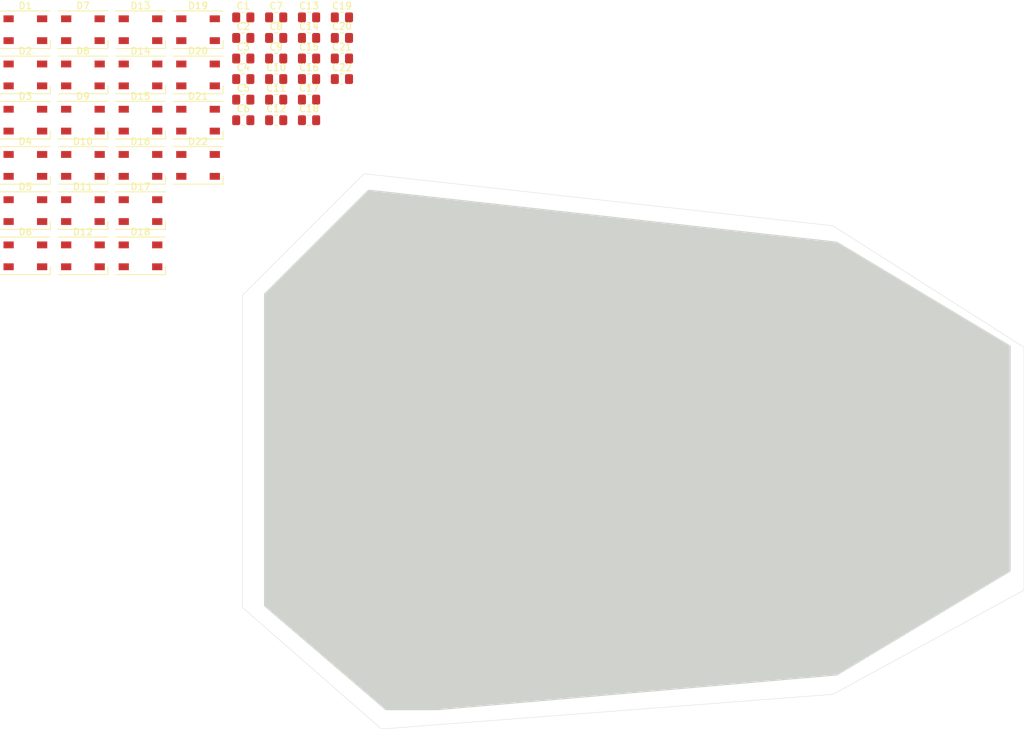
<source format=kicad_pcb>
(kicad_pcb (version 20221018) (generator pcbnew)
  (layers (0 "F.Cu" signal) (31 "B.Cu" signal) (34 "B.Paste" user) (35 "F.Paste" user) (36 "B.SilkS" user "B.Silkscreen") (37 "F.SilkS" user "F.Silkscreen") (38 "B.Mask" user) (39 "F.Mask" user) (44 "Edge.Cuts" user))
  (net 0 "")
  (net 1 "Net-(D1-RA)")
  (net 2 "Net-(D1-GA)")
  (net 3 "Net-(D2-RA)")
  (net 4 "Net-(D2-GA)")
  (net 5 "Net-(D3-RA)")
  (net 6 "Net-(D3-GA)")
  (net 7 "Net-(D4-RA)")
  (net 8 "Net-(D4-GA)")
  (net 9 "Net-(D5-RA)")
  (net 10 "Net-(D5-GA)")
  (net 11 "Net-(D6-RA)")
  (net 12 "Net-(D6-GA)")
  (net 13 "Net-(D7-RA)")
  (net 14 "Net-(D7-GA)")
  (net 15 "Net-(D8-RA)")
  (net 16 "Net-(D8-GA)")
  (net 17 "Net-(D9-RA)")
  (net 18 "Net-(D10-GA)")
  (net 19 "Net-(D10-RA)")
  (net 21 "Net-(D1-BA)")
  (net 25 "Net-(D5-BA)")
  (net 30 "Net-(D3-BA)")
  (net 35 "Net-(D4-BA)")
  (net 39 "Net-(D6-BA)")
  (net 42 "Net-(D2-BA)")
  (net 44 "Net-(D7-BA)")
  (net 45 "Net-(R19-Pad2)")
  (net 46 "Net-(R20-Pad2)")
  (net 47 "Net-(R21-Pad2)")
  (net 51 "Net-(D8-BA)")
  (net 55 "Net-(D9-BA)")
  (net 59 "Net-(D10-BA)")
  (net 60 "VCC")
  (net 61 "gnd")
  (net 62 "b")
  (net 63 "Net-(D1-DOUT)")
  (net 64 "a")
  (net 65 "Net-(D2-DOUT)")
  (net 66 "e")
  (net 67 "Net-(D3-DOUT)")
  (net 68 "d")
  (net 69 "Net-(D4-DOUT)")
  (net 70 "Net-(D5-DIN)")
  (net 72 "Net-(D6-DOUT)")
  (net 74 "Net-(D10-DOUT)")
  (net 75 "Net-(D12-DIN)")
  (net 76 "Girophare")
  (net 77 "Net-(D11-DIN)")
  (net 78 "Net-(D11-DOUT)")
  (net 79 "Net-(D13-DOUT)")
  (net 80 "Net-(D14-DIN)")
  (net 81 "Net-(D14-DOUT)")
  (net 83 "g")
  (net 84 "Net-(D17-DOUT)")
  (net 85 "F")
  (net 86 "Net-(D18-DOUT)")
  (footprint "LED_SMD:LED_SK6812_PLCC4_5.0x5.0mm_P3.2mm" (layer "F.Cu") (at 68.2875 65.575)
    (fp_text reference "D18" (at 0 -3.5) (layer "F.SilkS"))
    (fp_text value "SK6812")
    (pad "1" smd rect (at 2.45 1.6) (size 1.5 1) (layers "F.Cu" "F.Paste" "F.Mask") (net 61 "gnd"))
    (pad "2" smd rect (at 2.45 -1.6) (size 1.5 1) (layers "F.Cu" "F.Paste" "F.Mask") (net 85 "F"))
    (pad "3" smd rect (at -2.45 -1.6) (size 1.5 1) (layers "F.Cu" "F.Paste" "F.Mask") (net 60 "VCC"))
    (pad "4" smd rect (at -2.45 1.6) (size 1.5 1) (layers "F.Cu" "F.Paste" "F.Mask") (net 86 "Net-(D18-DOUT)"))
  )
  (footprint "Resistor_SMD:R_1206_3216Metric" (layer "F.Cu") (at 162.966362 85.081439)
    (fp_text reference "R19" (at 0 -1.82) (layer "F.SilkS"))
    (fp_text value "R_US" hide)
    (pad "1" smd roundrect (at -1.4625 0) (size 1.125 1.75) (layers "F.Cu" "F.Paste" "F.Mask") (roundrect_rratio 0.222222) (net 44 "Net-(D7-BA)"))
    (pad "2" smd roundrect (at 1.4625 0) (size 1.125 1.75) (layers "F.Cu" "F.Paste" "F.Mask") (roundrect_rratio 0.222222) (net 45 "Net-(R19-Pad2)"))
  )
  (footprint "Capacitor_SMD:C_0805_2012Metric_Pad1.18x1.45mm_HandSolder" (layer "F.Cu") (at 97.7525 33.68)
    (fp_text reference "C20" (at 0 -1.68) (layer "F.SilkS"))
    (fp_text value "C")
    (pad "1" smd roundrect (at -1.0375 0) (size 1.175 1.45) (layers "F.Cu" "F.Paste" "F.Mask") (roundrect_rratio 0.212766) (net 60 "VCC"))
    (pad "2" smd roundrect (at 1.0375 0) (size 1.175 1.45) (layers "F.Cu" "F.Paste" "F.Mask") (roundrect_rratio 0.212766) (net 61 "gnd"))
  )
  (footprint "Capacitor_SMD:C_0805_2012Metric_Pad1.18x1.45mm_HandSolder" (layer "F.Cu") (at 92.9425 42.71)
    (fp_text reference "C17" (at 0 -1.68) (layer "F.SilkS"))
    (fp_text value "C")
    (pad "1" smd roundrect (at -1.0375 0) (size 1.175 1.45) (layers "F.Cu" "F.Paste" "F.Mask") (roundrect_rratio 0.212766) (net 60 "VCC"))
    (pad "2" smd roundrect (at 1.0375 0) (size 1.175 1.45) (layers "F.Cu" "F.Paste" "F.Mask") (roundrect_rratio 0.212766) (net 61 "gnd"))
  )
  (footprint "Capacitor_SMD:C_0805_2012Metric_Pad1.18x1.45mm_HandSolder" (layer "F.Cu") (at 83.3225 42.71)
    (fp_text reference "C5" (at 0 -1.68) (layer "F.SilkS"))
    (fp_text value "C")
    (pad "1" smd roundrect (at -1.0375 0) (size 1.175 1.45) (layers "F.Cu" "F.Paste" "F.Mask") (roundrect_rratio 0.212766) (net 60 "VCC"))
    (pad "2" smd roundrect (at 1.0375 0) (size 1.175 1.45) (layers "F.Cu" "F.Paste" "F.Mask") (roundrect_rratio 0.212766) (net 61 "gnd"))
  )
  (footprint "Capacitor_SMD:C_0805_2012Metric_Pad1.18x1.45mm_HandSolder" (layer "F.Cu") (at 83.3225 36.69)
    (fp_text reference "C3" (at 0 -1.68) (layer "F.SilkS"))
    (fp_text value "C")
    (pad "1" smd roundrect (at -1.0375 0) (size 1.175 1.45) (layers "F.Cu" "F.Paste" "F.Mask") (roundrect_rratio 0.212766) (net 60 "VCC"))
    (pad "2" smd roundrect (at 1.0375 0) (size 1.175 1.45) (layers "F.Cu" "F.Paste" "F.Mask") (roundrect_rratio 0.212766) (net 61 "gnd"))
  )
  (footprint "LED_SMD:LED_SK6812_PLCC4_5.0x5.0mm_P3.2mm" (layer "F.Cu") (at 51.4475 39.095)
    (fp_text reference "D2" (at 0 -3.5) (layer "F.SilkS"))
    (fp_text value "SK6812")
    (pad "1" smd rect (at 2.45 1.6) (size 1.5 1) (layers "F.Cu" "F.Paste" "F.Mask") (net 61 "gnd"))
    (pad "2" smd rect (at 2.45 -1.6) (size 1.5 1) (layers "F.Cu" "F.Paste" "F.Mask") (net 64 "a"))
    (pad "3" smd rect (at -2.45 -1.6) (size 1.5 1) (layers "F.Cu" "F.Paste" "F.Mask") (net 60 "VCC"))
    (pad "4" smd rect (at -2.45 1.6) (size 1.5 1) (layers "F.Cu" "F.Paste" "F.Mask") (net 65 "Net-(D2-DOUT)"))
  )
  (footprint "Capacitor_SMD:C_0805_2012Metric_Pad1.18x1.45mm_HandSolder" (layer "F.Cu") (at 88.1325 30.67)
    (fp_text reference "C7" (at 0 -1.68) (layer "F.SilkS"))
    (fp_text value "C")
    (pad "1" smd roundrect (at -1.0375 0) (size 1.175 1.45) (layers "F.Cu" "F.Paste" "F.Mask") (roundrect_rratio 0.212766) (net 60 "VCC"))
    (pad "2" smd roundrect (at 1.0375 0) (size 1.175 1.45) (layers "F.Cu" "F.Paste" "F.Mask") (roundrect_rratio 0.212766) (net 61 "gnd"))
  )
  (footprint "LED_SMD:LED_0805_2012Metric" (layer "F.Cu") (at 177.8 111.76)
    (fp_text reference "D10" (at 0 -1.65) (layer "F.SilkS"))
    (fp_text value "LED_RGBK" hide)
    (pad "1" smd roundrect (at -0.9375 0) (size 0.975 1.4) (layers "F.Cu" "F.Paste" "F.Mask") (net 19 "Net-(D10-RA)"))
    (pad "2" smd roundrect (at 0.9375 0) (size 0.975 1.4) (layers "F.Cu" "F.Paste" "F.Mask") (net 18 "Net-(D10-GA)"))
  )
  (footprint "Resistor_SMD:R_0805_2012Metric_Pad1.20x1.40mm_HandSolder" (layer "F.Cu") (at 100.233172 71.472866)
    (fp_text reference "R7" (at 0 -1.65) (layer "F.SilkS"))
    (fp_text value "R_US")
    (pad "1" smd roundrect (at -1 0) (size 1.2 1.4) (layers "F.Cu" "F.Paste" "F.Mask") (roundrect_rratio 0.208333))
    (pad "2" smd roundrect (at 1 0) (size 1.2 1.4) (layers "F.Cu" "F.Paste" "F.Mask") (roundrect_rratio 0.208333) (net 5 "Net-(D3-RA)"))
  )
  (footprint "Capacitor_SMD:C_0805_2012Metric_Pad1.18x1.45mm_HandSolder" (layer "F.Cu") (at 88.1325 33.68)
    (fp_text reference "C8" (at 0 -1.68) (layer "F.SilkS"))
    (fp_text value "C")
    (pad "1" smd roundrect (at -1.0375 0) (size 1.175 1.45) (layers "F.Cu" "F.Paste" "F.Mask") (roundrect_rratio 0.212766) (net 60 "VCC"))
    (pad "2" smd roundrect (at 1.0375 0) (size 1.175 1.45) (layers "F.Cu" "F.Paste" "F.Mask") (roundrect_rratio 0.212766) (net 61 "gnd"))
  )
  (footprint "Resistor_SMD:R_0805_2012Metric_Pad1.20x1.40mm_HandSolder" (layer "F.Cu") (at 92.98 81.28)
    (fp_text reference "R3" (at 0 -1.65) (layer "F.SilkS"))
    (fp_text value "R_US" hide)
    (pad "1" smd roundrect (at -1 0) (size 1.2 1.4) (layers "F.Cu" "F.Paste" "F.Mask") (roundrect_rratio 0.208333))
    (pad "2" smd roundrect (at 1 0) (size 1.2 1.4) (layers "F.Cu" "F.Paste" "F.Mask") (roundrect_rratio 0.208333) (net 1 "Net-(D1-RA)"))
  )
  (footprint "Resistor_SMD:R_0805_2012Metric_Pad1.20x1.40mm_HandSolder" (layer "F.Cu") (at 170.18 121.92)
    (fp_text reference "R28" (at 0 -1.65) (layer "F.SilkS"))
    (fp_text value "R_US" hide)
    (pad "1" smd roundrect (at -1 0) (size 1.2 1.4) (layers "F.Cu" "F.Paste" "F.Mask") (roundrect_rratio 0.208333) (net 55 "Net-(D9-BA)"))
    (pad "2" smd roundrect (at 1 0) (size 1.2 1.4) (layers "F.Cu" "F.Paste" "F.Mask") (roundrect_rratio 0.208333))
  )
  (footprint "LED_SMD:LED_SK6812_PLCC4_5.0x5.0mm_P3.2mm" (layer "F.Cu") (at 68.2875 39.095)
    (fp_text reference "D14" (at 0 -3.5) (layer "F.SilkS"))
    (fp_text value "SK6812")
    (pad "1" smd rect (at 2.45 1.6) (size 1.5 1) (layers "F.Cu" "F.Paste" "F.Mask") (net 61 "gnd"))
    (pad "2" smd rect (at 2.45 -1.6) (size 1.5 1) (layers "F.Cu" "F.Paste" "F.Mask") (net 80 "Net-(D14-DIN)"))
    (pad "3" smd rect (at -2.45 -1.6) (size 1.5 1) (layers "F.Cu" "F.Paste" "F.Mask") (net 60 "VCC"))
    (pad "4" smd rect (at -2.45 1.6) (size 1.5 1) (layers "F.Cu" "F.Paste" "F.Mask") (net 81 "Net-(D14-DOUT)"))
  )
  (footprint "LED_SMD:LED_SK6812_PLCC4_5.0x5.0mm_P3.2mm" (layer "F.Cu") (at 76.7075 32.475)
    (fp_text reference "D19" (at 0 -3.5) (layer "F.SilkS"))
    (fp_text value "SK6812")
    (pad "1" smd rect (at 2.45 1.6) (size 1.5 1) (layers "F.Cu" "F.Paste" "F.Mask") (net 61 "gnd"))
    (pad "2" smd rect (at 2.45 -1.6) (size 1.5 1) (layers "F.Cu" "F.Paste" "F.Mask") (net 86 "Net-(D18-DOUT)"))
    (pad "3" smd rect (at -2.45 -1.6) (size 1.5 1) (layers "F.Cu" "F.Paste" "F.Mask") (net 60 "VCC"))
    (pad "4" smd rect (at -2.45 1.6) (size 1.5 1) (layers "F.Cu" "F.Paste" "F.Mask"))
  )
  (footprint "LED_SMD:LED_1206_3216Metric" (layer "F.Cu") (at 99.195578 106.582913)
    (fp_text reference "D2" (at 0 -1.82) (layer "F.SilkS"))
    (fp_text value "LED_RGBK" hide)
    (pad "1" smd roundrect (at -1.4 0) (size 1.25 1.75) (layers "F.Cu" "F.Paste" "F.Mask") (roundrect_rratio 0.2) (net 3 "Net-(D2-RA)"))
    (pad "2" smd roundrect (at 1.4 0) (size 1.25 1.75) (layers "F.Cu" "F.Paste" "F.Mask") (roundrect_rratio 0.2) (net 4 "Net-(D2-GA)"))
  )
  (footprint "Resistor_SMD:R_0805_2012Metric_Pad1.20x1.40mm_HandSolder" (layer "F.Cu") (at 161.56 106.68)
    (fp_text reference "R25" (at 0 -1.65) (layer "F.SilkS"))
    (fp_text value "R_US" hide)
    (pad "1" smd roundrect (at -1 0) (size 1.2 1.4) (layers "F.Cu" "F.Paste" "F.Mask") (roundrect_rratio 0.208333) (net 51 "Net-(D8-BA)"))
    (pad "2" smd roundrect (at 1 0) (size 1.2 1.4) (layers "F.Cu" "F.Paste" "F.Mask") (roundrect_rratio 0.208333))
  )
  (footprint "Capacitor_SMD:C_0805_2012Metric_Pad1.18x1.45mm_HandSolder" (layer "F.Cu") (at 83.3225 33.68)
    (fp_text reference "C2" (at 0 -1.68) (layer "F.SilkS"))
    (fp_text value "C")
    (pad "1" smd roundrect (at -1.0375 0) (size 1.175 1.45) (layers "F.Cu" "F.Paste" "F.Mask") (roundrect_rratio 0.212766) (net 60 "VCC"))
    (pad "2" smd roundrect (at 1.0375 0) (size 1.175 1.45) (layers "F.Cu" "F.Paste" "F.Mask") (roundrect_rratio 0.212766) (net 61 "gnd"))
  )
  (footprint "Capacitor_SMD:C_0805_2012Metric_Pad1.18x1.45mm_HandSolder" (layer "F.Cu") (at 83.3225 39.7)
    (fp_text reference "C4" (at 0 -1.68) (layer "F.SilkS"))
    (fp_text value "C")
    (pad "1" smd roundrect (at -1.0375 0) (size 1.175 1.45) (layers "F.Cu" "F.Paste" "F.Mask") (roundrect_rratio 0.212766) (net 60 "VCC"))
    (pad "2" smd roundrect (at 1.0375 0) (size 1.175 1.45) (layers "F.Cu" "F.Paste" "F.Mask") (roundrect_rratio 0.212766) (net 61 "gnd"))
  )
  (footprint "Resistor_SMD:R_0805_2012Metric_Pad1.20x1.40mm_HandSolder" (layer "F.Cu") (at 105.68 86.36)
    (fp_text reference "R2" (at 0 -1.65) (layer "F.SilkS"))
    (fp_text value "R_US" hide)
    (pad "1" smd roundrect (at -1 0) (size 1.2 1.4) (layers "F.Cu" "F.Paste" "F.Mask") (roundrect_rratio 0.208333))
    (pad "2" smd roundrect (at 1 0) (size 1.2 1.4) (layers "F.Cu" "F.Paste" "F.Mask") (roundrect_rratio 0.208333) (net 2 "Net-(D1-GA)"))
  )
  (footprint "Capacitor_SMD:C_0805_2012Metric_Pad1.18x1.45mm_HandSolder" (layer "F.Cu") (at 92.9425 33.68)
    (fp_text reference "C14" (at 0 -1.68) (layer "F.SilkS"))
    (fp_text value "C")
    (pad "1" smd roundrect (at -1.0375 0) (size 1.175 1.45) (layers "F.Cu" "F.Paste" "F.Mask") (roundrect_rratio 0.212766) (net 60 "VCC"))
    (pad "2" smd roundrect (at 1.0375 0) (size 1.175 1.45) (layers "F.Cu" "F.Paste" "F.Mask") (roundrect_rratio 0.212766) (net 61 "gnd"))
  )
  (footprint "LED_SMD:LED_0805_2012Metric" (layer "F.Cu") (at 177.8 76.2)
    (fp_text reference "D9" (at 0 -1.65) (layer "F.SilkS"))
    (fp_text value "LED_RGBK" hide)
    (pad "1" smd roundrect (at -0.9375 0) (size 0.975 1.4) (layers "F.Cu" "F.Paste" "F.Mask") (net 17 "Net-(D9-RA)"))
    (pad "2" smd roundrect (at 0.9375 0) (size 0.975 1.4) (layers "F.Cu" "F.Paste" "F.Mask") (net 18 "Net-(D10-GA)"))
  )
  (footprint "Capacitor_SMD:C_0805_2012Metric_Pad1.18x1.45mm_HandSolder" (layer "F.Cu") (at 92.9425 30.67)
    (fp_text reference "C13" (at 0 -1.68) (layer "F.SilkS"))
    (fp_text value "C")
    (pad "1" smd roundrect (at -1.0375 0) (size 1.175 1.45) (layers "F.Cu" "F.Paste" "F.Mask") (roundrect_rratio 0.212766) (net 60 "VCC"))
    (pad "2" smd roundrect (at 1.0375 0) (size 1.175 1.45) (layers "F.Cu" "F.Paste" "F.Mask") (roundrect_rratio 0.212766) (net 61 "gnd"))
  )
  (footprint "Capacitor_SMD:C_0805_2012Metric_Pad1.18x1.45mm_HandSolder" (layer "F.Cu") (at 88.1325 42.71)
    (fp_text reference "C11" (at 0 -1.68) (layer "F.SilkS"))
    (fp_text value "C")
    (pad "1" smd roundrect (at -1.0375 0) (size 1.175 1.45) (layers "F.Cu" "F.Paste" "F.Mask") (roundrect_rratio 0.212766) (net 60 "VCC"))
    (pad "2" smd roundrect (at 1.0375 0) (size 1.175 1.45) (layers "F.Cu" "F.Paste" "F.Mask") (roundrect_rratio 0.212766) (net 61 "gnd"))
  )
  (footprint "LED_SMD:LED_SK6812_PLCC4_5.0x5.0mm_P3.2mm" (layer "F.Cu") (at 51.4475 32.475)
    (fp_text reference "D1" (at 0 -3.5) (layer "F.SilkS"))
    (fp_text value "SK6812")
    (pad "1" smd rect (at 2.45 1.6) (size 1.5 1) (layers "F.Cu" "F.Paste" "F.Mask") (net 61 "gnd"))
    (pad "2" smd rect (at 2.45 -1.6) (size 1.5 1) (layers "F.Cu" "F.Paste" "F.Mask") (net 62 "b"))
    (pad "3" smd rect (at -2.45 -1.6) (size 1.5 1) (layers "F.Cu" "F.Paste" "F.Mask") (net 60 "VCC"))
    (pad "4" smd rect (at -2.45 1.6) (size 1.5 1) (layers "F.Cu" "F.Paste" "F.Mask") (net 63 "Net-(D1-DOUT)"))
  )
  (footprint "LED_SMD:LED_SK6812_PLCC4_5.0x5.0mm_P3.2mm" (layer "F.Cu") (at 76.7075 52.335)
    (fp_text reference "D22" (at 0 -3.5) (layer "F.SilkS"))
    (fp_text value "SK6812")
    (pad "1" smd rect (at 2.45 1.6) (size 1.5 1) (layers "F.Cu" "F.Paste" "F.Mask") (net 61 "gnd"))
    (pad "2" smd rect (at 2.45 -1.6) (size 1.5 1) (layers "F.Cu" "F.Paste" "F.Mask") (net 65 "Net-(D2-DOUT)"))
    (pad "3" smd rect (at -2.45 -1.6) (size 1.5 1) (layers "F.Cu" "F.Paste" "F.Mask") (net 60 "VCC"))
    (pad "4" smd rect (at -2.45 1.6) (size 1.5 1) (layers "F.Cu" "F.Paste" "F.Mask"))
  )
  (footprint "LED_SMD:LED_SK6812_PLCC4_5.0x5.0mm_P3.2mm" (layer "F.Cu") (at 68.2875 45.715)
    (fp_text reference "D15" (at 0 -3.5) (layer "F.SilkS"))
    (fp_text value "SK6812")
    (pad "1" smd rect (at 2.45 1.6) (size 1.5 1) (layers "F.Cu" "F.Paste" "F.Mask") (net 61 "gnd"))
    (pad "2" smd rect (at 2.45 -1.6) (size 1.5 1) (layers "F.Cu" "F.Paste" "F.Mask") (net 81 "Net-(D14-DOUT)"))
    (pad "3" smd rect (at -2.45 -1.6) (size 1.5 1) (layers "F.Cu" "F.Paste" "F.Mask") (net 60 "VCC"))
    (pad "4" smd rect (at -2.45 1.6) (size 1.5 1) (layers "F.Cu" "F.Paste" "F.Mask"))
  )
  (footprint "LED_SMD:LED_SK6812_PLCC4_5.0x5.0mm_P3.2mm" (layer "F.Cu") (at 68.2875 58.955)
    (fp_text reference "D17" (at 0 -3.5) (layer "F.SilkS"))
    (fp_text value "SK6812")
    (pad "1" smd rect (at 2.45 1.6) (size 1.5 1) (layers "F.Cu" "F.Paste" "F.Mask") (net 61 "gnd"))
    (pad "2" smd rect (at 2.45 -1.6) (size 1.5 1) (layers "F.Cu" "F.Paste" "F.Mask") (net 83 "g"))
    (pad "3" smd rect (at -2.45 -1.6) (size 1.5 1) (layers "F.Cu" "F.Paste" "F.Mask") (net 60 "VCC"))
    (pad "4" smd rect (at -2.45 1.6) (size 1.5 1) (layers "F.Cu" "F.Paste" "F.Mask") (net 84 "Net-(D17-DOUT)"))
  )
  (footprint "Capacitor_SMD:C_0805_2012Metric_Pad1.18x1.45mm_HandSolder" (layer "F.Cu") (at 88.1325 36.69)
    (fp_text reference "C9" (at 0 -1.68) (layer "F.SilkS"))
    (fp_text value "C")
    (pad "1" smd roundrect (at -1.0375 0) (size 1.175 1.45) (layers "F.Cu" "F.Paste" "F.Mask") (roundrect_rratio 0.212766) (net 60 "VCC"))
    (pad "2" smd roundrect (at 1.0375 0) (size 1.175 1.45) (layers "F.Cu" "F.Paste" "F.Mask") (roundrect_rratio 0.212766) (net 61 "gnd"))
  )
  (footprint "Resistor_SMD:R_0805_2012Metric_Pad1.20x1.40mm_HandSolder" (layer "F.Cu") (at 124.427704 100.277388)
    (fp_text reference "R13" (at 0 -1.65) (layer "F.SilkS"))
    (fp_text value "R_US" hide)
    (pad "1" smd roundrect (at -1 0) (size 1.2 1.4) (layers "F.Cu" "F.Paste" "F.Mask") (roundrect_rratio 0.208333))
    (pad "2" smd roundrect (at 1 0) (size 1.2 1.4) (layers "F.Cu" "F.Paste" "F.Mask") (roundrect_rratio 0.208333) (net 11 "Net-(D6-RA)"))
  )
  (footprint "Capacitor_SMD:C_0805_2012Metric_Pad1.18x1.45mm_HandSolder" (layer "F.Cu") (at 92.9425 39.7)
    (fp_text reference "C16" (at 0 -1.68) (layer "F.SilkS"))
    (fp_text value "C")
    (pad "1" smd roundrect (at -1.0375 0) (size 1.175 1.45) (layers "F.Cu" "F.Paste" "F.Mask") (roundrect_rratio 0.212766) (net 60 "VCC"))
    (pad "2" smd roundrect (at 1.0375 0) (size 1.175 1.45) (layers "F.Cu" "F.Paste" "F.Mask") (roundrect_rratio 0.212766) (net 61 "gnd"))
  )
  (footprint "Resistor_SMD:R_0805_2012Metric_Pad1.20x1.40mm_HandSolder" (layer "F.Cu") (at 182.88 76.2)
    (fp_text reference "R29" (at 0 -1.65) (layer "F.SilkS"))
    (fp_text value "R_US" hide)
    (pad "1" smd roundrect (at -1 0) (size 1.2 1.4) (layers "F.Cu" "F.Paste" "F.Mask") (roundrect_rratio 0.208333) (net 18 "Net-(D10-GA)"))
    (pad "2" smd roundrect (at 1 0) (size 1.2 1.4) (layers "F.Cu" "F.Paste" "F.Mask") (roundrect_rratio 0.208333))
  )
  (footprint "LED_SMD:LED_1206_3216Metric" (layer "F.Cu") (at 132.08 81.28)
    (fp_text reference "D5" (at 0 -1.82) (layer "F.SilkS"))
    (fp_text value "LED_RGBK" hide)
    (pad "1" smd roundrect (at -1.4 0) (size 1.25 1.75) (layers "F.Cu" "F.Paste" "F.Mask") (roundrect_rratio 0.2) (net 9 "Net-(D5-RA)"))
    (pad "2" smd roundrect (at 1.4 0) (size 1.25 1.75) (layers "F.Cu" "F.Paste" "F.Mask") (roundrect_rratio 0.2) (net 10 "Net-(D5-GA)"))
  )
  (footprint "Resistor_SMD:R_0805_2012Metric_Pad1.20x1.40mm_HandSolder" (layer "F.Cu") (at 123.46 81.28)
    (fp_text reference "R6" (at 0 -1.65) (layer "F.SilkS"))
    (fp_text value "R_US" hide)
    (pad "1" smd roundrect (at -1 0) (size 1.2 1.4) (layers "F.Cu" "F.Paste" "F.Mask") (roundrect_rratio 0.208333))
    (pad "2" smd roundrect (at 1 0) (size 1.2 1.4) (layers "F.Cu" "F.Paste" "F.Mask") (roundrect_rratio 0.208333) (net 9 "Net-(D5-RA)"))
  )
  (footprint "Capacitor_SMD:C_0805_2012Metric_Pad1.18x1.45mm_HandSolder" (layer "F.Cu") (at 92.9425 45.72)
    (fp_text reference "C18" (at 0 -1.68) (layer "F.SilkS"))
    (fp_text value "C")
    (pad "1" smd roundrect (at -1.0375 0) (size 1.175 1.45) (layers "F.Cu" "F.Paste" "F.Mask") (roundrect_rratio 0.212766) (net 60 "VCC"))
    (pad "2" smd roundrect (at 1.0375 0) (size 1.175 1.45) (layers "F.Cu" "F.Paste" "F.Mask") (roundrect_rratio 0.212766) (net 61 "gnd"))
  )
  (footprint "Resistor_SMD:R_0805_2012Metric_Pad1.20x1.40mm_HandSolder" (layer "F.Cu") (at 98.06 99.06)
    (fp_text reference "R17" (at 0 -1.65) (layer "F.SilkS"))
    (fp_text value "R_US")
    (pad "1" smd roundrect (at -1 0) (size 1.2 1.4) (layers "F.Cu" "F.Paste" "F.Mask") (roundrect_rratio 0.208333))
    (pad "2" smd roundrect (at 1 0) (size 1.2 1.4) (layers "F.Cu" "F.Paste" "F.Mask") (roundrect_rratio 0.208333) (net 42 "Net-(D2-BA)"))
  )
  (footprint "Resistor_SMD:R_0805_2012Metric_Pad1.20x1.40mm_HandSolder" (layer "F.Cu") (at 161.56 93.98)
    (fp_text reference "R22" (at 0 -1.65) (layer "F.SilkS"))
    (fp_text value "R_US" hide)
    (pad "1" smd roundrect (at -1 0) (size 1.2 1.4) (layers "F.Cu" "F.Paste" "F.Mask") (roundrect_rratio 0.208333) (net 45 "Net-(R19-Pad2)"))
    (pad "2" smd roundrect (at 1 0) (size 1.2 1.4) (layers "F.Cu" "F.Paste" "F.Mask") (roundrect_rratio 0.208333))
  )
  (footprint "Resistor_SMD:R_0805_2012Metric_Pad1.20x1.40mm_HandSolder" (layer "F.Cu") (at 133.08 109.22)
    (fp_text reference "R14" (at 0 -1.65) (layer "F.SilkS"))
    (fp_text value "R_US" hide)
    (pad "1" smd roundrect (at -1 0) (size 1.2 1.4) (layers "F.Cu" "F.Paste" "F.Mask") (roundrect_rratio 0.208333))
    (pad "2" smd roundrect (at 1 0) (size 1.2 1.4) (layers "F.Cu" "F.Paste" "F.Mask") (roundrect_rratio 0.208333) (net 12 "Net-(D6-GA)"))
  )
  (footprint "Resistor_SMD:R_1206_3216Metric" (layer "F.Cu") (at 183.441389 84.493969)
    (fp_text reference "R21" (at 0 -1.82) (layer "F.SilkS"))
    (fp_text value "R_US" hide)
    (pad "1" smd roundrect (at -1.4625 0) (size 1.125 1.75) (layers "F.Cu" "F.Paste" "F.Mask") (roundrect_rratio 0.222222) (net 13 "Net-(D7-RA)"))
    (pad "2" smd roundrect (at 1.4625 0) (size 1.125 1.75) (layers "F.Cu" "F.Paste" "F.Mask") (roundrect_rratio 0.222222) (net 47 "Net-(R21-Pad2)"))
  )
  (footprint "LED_SMD:LED_1206_3216Metric" (layer "F.Cu") (at 132.209942 100.284722)
    (fp_text reference "D6" (at 0 -1.82) (layer "F.SilkS"))
    (fp_text value "LED_RGBK" hide)
    (pad "1" smd roundrect (at -1.4 0) (size 1.25 1.75) (layers "F.Cu" "F.Paste" "F.Mask") (roundrect_rratio 0.2) (net 11 "Net-(D6-RA)"))
    (pad "2" smd roundrect (at 1.4 0) (size 1.25 1.75) (layers "F.Cu" "F.Paste" "F.Mask") (roundrect_rratio 0.2) (net 12 "Net-(D6-GA)"))
  )
  (footprint "Resistor_SMD:R_0805_2012Metric_Pad1.20x1.40mm_HandSolder" (layer "F.Cu") (at 118.38 71.12 180)
    (fp_text reference "R9" (at 0 -1.65) (layer "F.SilkS"))
    (fp_text value "R_US" hide)
    (pad "1" smd roundrect (at -1 0 180) (size 1.2 1.4) (layers "F.Cu" "F.Paste" "F.Mask") (roundrect_rratio 0.208333))
    (pad "2" smd roundrect (at 1 0 180) (size 1.2 1.4) (layers "F.Cu" "F.Paste" "F.Mask") (roundrect_rratio 0.208333) (net 6 "Net-(D3-GA)"))
  )
  (footprint "Resistor_SMD:R_1206_3216Metric" (layer "F.Cu") (at 183.644523 90.895778)
    (fp_text reference "R20" (at 0 -1.82) (layer "F.SilkS"))
    (fp_text value "R_US" hide)
    (pad "1" smd roundrect (at -1.4625 0) (size 1.125 1.75) (layers "F.Cu" "F.Paste" "F.Mask") (roundrect_rratio 0.222222) (net 14 "Net-(D7-GA)"))
    (pad "2" smd roundrect (at 1.4625 0) (size 1.125 1.75) (layers "F.Cu" "F.Paste" "F.Mask") (roundrect_rratio 0.222222) (net 46 "Net-(R20-Pad2)"))
  )
  (footprint "LED_SMD:LED_SK6812_PLCC4_5.0x5.0mm_P3.2mm" (layer "F.Cu") (at 51.4475 45.715)
    (fp_text reference "D3" (at 0 -3.5) (layer "F.SilkS"))
    (fp_text value "SK6812")
    (pad "1" smd rect (at 2.45 1.6) (size 1.5 1) (layers "F.Cu" "F.Paste" "F.Mask") (net 61 "gnd"))
    (pad "2" smd rect (at 2.45 -1.6) (size 1.5 1) (layers "F.Cu" "F.Paste" "F.Mask") (net 66 "e"))
    (pad "3" smd rect (at -2.45 -1.6) (size 1.5 1) (layers "F.Cu" "F.Paste" "F.Mask") (net 60 "VCC"))
    (pad "4" smd rect (at -2.45 1.6) (size 1.5 1) (layers "F.Cu" "F.Paste" "F.Mask") (net 67 "Net-(D3-DOUT)"))
  )
  (footprint "LED_SMD:LED_SK6812_PLCC4_5.0x5.0mm_P3.2mm" (layer "F.Cu") (at 59.8675 52.335)
    (fp_text reference "D10" (at 0 -3.5) (layer "F.SilkS"))
    (fp_text value "SK6812")
    (pad "1" smd rect (at 2.45 1.6) (size 1.5 1) (layers "F.Cu" "F.Paste" "F.Mask") (net 61 "gnd"))
    (pad "2" smd rect (at 2.45 -1.6) (size 1.5 1) (layers "F.Cu" "F.Paste" "F.Mask") (net 76 "Girophare"))
    (pad "3" smd rect (at -2.45 -1.6) (size 1.5 1) (layers "F.Cu" "F.Paste" "F.Mask") (net 60 "VCC"))
    (pad "4" smd rect (at -2.45 1.6) (size 1.5 1) (layers "F.Cu" "F.Paste" "F.Mask") (net 74 "Net-(D10-DOUT)"))
  )
  (footprint "Resistor_SMD:R_0805_2012Metric_Pad1.20x1.40mm_HandSolder" (layer "F.Cu") (at 170.18 76.2)
    (fp_text reference "R30" (at 0 -1.65) (layer "F.SilkS"))
    (fp_text value "R_US" hide)
    (pad "1" smd roundrect (at -1 0) (size 1.2 1.4) (layers "F.Cu" "F.Paste" "F.Mask") (roundrect_rratio 0.208333) (net 19 "Net-(D10-RA)"))
    (pad "2" smd roundrect (at 1 0) (size 1.2 1.4) (layers "F.Cu" "F.Paste" "F.Mask") (roundrect_rratio 0.208333) (net 17 "Net-(D9-RA)"))
  )
  (footprint "LED_SMD:LED_0805_2012Metric" (layer "F.Cu") (at 109.22 71.12)
    (fp_text reference "D3" (at 0 -1.65) (layer "F.SilkS"))
    (fp_text value "LED_RGBK" hide)
    (pad "1" smd roundrect (at -0.9375 0) (size 0.975 1.4) (layers "F.Cu" "F.Paste" "F.Mask") (net 5 "Net-(D3-RA)"))
    (pad "2" smd roundrect (at 0.9375 0) (size 0.975 1.4) (layers "F.Cu" "F.Paste" "F.Mask") (net 6 "Net-(D3-GA)"))
  )
  (footprint "Capacitor_SMD:C_0805_2012Metric_Pad1.18x1.45mm_HandSolder" (layer "F.Cu") (at 88.1325 45.72)
    (fp_text reference "C12" (at 0 -1.68) (layer "F.SilkS"))
    (fp_text value "C")
    (pad "1" smd roundrect (at -1.0375 0) (size 1.175 1.45) (layers "F.Cu" "F.Paste" "F.Mask") (roundrect_rratio 0.212766) (net 60 "VCC"))
    (pad "2" smd roundrect (at 1.0375 0) (size 1.175 1.45) (layers "F.Cu" "F.Paste" "F.Mask") (roundrect_rratio 0.212766) (net 61 "gnd"))
  )
  (footprint "Resistor_SMD:R_0805_2012Metric_Pad1.20x1.40mm_HandSolder" (layer "F.Cu") (at 168.64 111.76)
    (fp_text reference "R26" (at 0 -1.65) (layer "F.SilkS"))
    (fp_text value "R_US" hide)
    (pad "1" smd roundrect (at -1 0) (size 1.2 1.4) (layers "F.Cu" "F.Paste" "F.Mask") (roundrect_rratio 0.208333) (net 16 "Net-(D8-GA)"))
    (pad "2" smd roundrect (at 1 0) (size 1.2 1.4) (layers "F.Cu" "F.Paste" "F.Mask") (roundrect_rratio 0.208333))
  )
  (footprint "Capacitor_SMD:C_0805_2012Metric_Pad1.18x1.45mm_HandSolder" (layer "F.Cu") (at 97.7525 30.67)
    (fp_text reference "C19" (at 0 -1.68) (layer "F.SilkS"))
    (fp_text value "C")
    (pad "1" smd roundrect (at -1.0375 0) (size 1.175 1.45) (layers "F.Cu" "F.Paste" "F.Mask") (roundrect_rratio 0.212766) (net 60 "VCC"))
    (pad "2" smd roundrect (at 1.0375 0) (size 1.175 1.45) (layers "F.Cu" "F.Paste" "F.Mask") (roundrect_rratio 0.212766) (net 61 "gnd"))
  )
  (footprint "Resistor_SMD:R_0805_2012Metric_Pad1.20x1.40mm_HandSolder" (layer "F.Cu") (at 163.56 101.6)
    (fp_text reference "R27" (at 0 -1.65) (layer "F.SilkS"))
    (fp_text value "R_US" hide)
    (pad "1" smd roundrect (at -1 0) (size 1.2 1.4) (layers "F.Cu" "F.Paste" "F.Mask") (roundrect_rratio 0.208333) (net 15 "Net-(D8-RA)"))
    (pad "2" smd roundrect (at 1 0) (size 1.2 1.4) (layers "F.Cu" "F.Paste" "F.Mask") (roundrect_rratio 0.208333))
  )
  (footprint "LED_SMD:LED_SK6812_PLCC4_5.0x5.0mm_P3.2mm" (layer "F.Cu") (at 59.8675 65.575)
    (fp_text reference "D12" (at 0 -3.5) (layer "F.SilkS"))
    (fp_text value "SK6812")
    (pad "1" smd rect (at 2.45 1.6) (size 1.5 1) (layers "F.Cu" "F.Paste" "F.Mask") (net 61 "gnd"))
    (pad "2" smd rect (at 2.45 -1.6) (size 1.5 1) (layers "F.Cu" "F.Paste" "F.Mask") (net 75 "Net-(D12-DIN)"))
    (pad "3" smd rect (at -2.45 -1.6) (size 1.5 1) (layers "F.Cu" "F.Paste" "F.Mask") (net 60 "VCC"))
    (pad "4" smd rect (at -2.45 1.6) (size 1.5 1) (layers "F.Cu" "F.Paste" "F.Mask") (net 77 "Net-(D11-DIN)"))
  )
  (footprint "Resistor_SMD:R_0805_2012Metric_Pad1.20x1.40mm_HandSolder" (layer "F.Cu") (at 189.664153 84.493969)
    (fp_text reference "R24" (at 0 -1.65) (layer "F.SilkS"))
    (fp_text value "R_US" hide)
    (pad "1" smd roundrect (at -1 0) (size 1.2 1.4) (layers "F.Cu" "F.Paste" "F.Mask") (roundrect_rratio 0.208333) (net 47 "Net-(R21-Pad2)"))
    (pad "2" smd roundrect (at 1 0) (size 1.2 1.4) (layers "F.Cu" "F.Paste" "F.Mask") (roundrect_rratio 0.208333))
  )
  (footprint "LED_SMD:LED_1206_3216Metric" (layer "F.Cu") (at 171.109212 84.230418)
    (fp_text reference "D7" (at 0 -1.82) (layer "F.SilkS"))
    (fp_text value "LED_RGBK" hide)
    (pad "1" smd roundrect (at -1.4 0) (size 1.25 1.75) (layers "F.Cu" "F.Paste" "F.Mask") (roundrect_rratio 0.2) (net 13 "Net-(D7-RA)"))
    (pad "2" smd roundrect (at 1.4 0) (size 1.25 1.75) (layers "F.Cu" "F.Paste" "F.Mask") (roundrect_rratio 0.2) (net 14 "Net-(D7-GA)"))
  )
  (footprint "Resistor_SMD:R_0805_2012Metric_Pad1.20x1.40mm_HandSolder" (layer "F.Cu") (at 110.76 76.2)
    (fp_text reference "R8" (at 0 -1.65) (layer "F.SilkS"))
    (fp_text value "R_US")
    (pad "1" smd roundrect (at -1 0) (size 1.2 1.4) (layers "F.Cu" "F.Paste" "F.Mask") (roundrect_rratio 0.208333))
    (pad "2" smd roundrect (at 1 0) (size 1.2 1.4) (layers "F.Cu" "F.Paste" "F.Mask") (roundrect_rratio 0.208333) (net 30 "Net-(D3-BA)"))
  )
  (footprint "Resistor_SMD:R_0805_2012Metric_Pad1.20x1.40mm_HandSolder" (layer "F.Cu") (at 98.06 121.92)
    (fp_text reference "R11" (at 0 -1.65) (layer "F.SilkS"))
    (fp_text value "R_US" hide)
    (pad "1" smd roundrect (at -1 0) (size 1.2 1.4) (layers "F.Cu" "F.Paste" "F.Mask") (roundrect_rratio 0.208333))
    (pad "2" smd roundrect (at 1 0) (size 1.2 1.4) (layers "F.Cu" "F.Paste" "F.Mask") (roundrect_rratio 0.208333) (net 7 "Net-(D4-RA)"))
  )
  (footprint "Resistor_SMD:R_0805_2012Metric_Pad1.20x1.40mm_HandSolder" (layer "F.Cu") (at 133.62 73.66)
    (fp_text reference "R4" (at 0 -1.65) (layer "F.SilkS"))
    (fp_text value "R_US")
    (pad "1" smd roundrect (at -1 0) (size 1.2 1.4) (layers "F.Cu" "F.Paste" "F.Mask") (roundrect_rratio 0.208333))
    (pad "2" smd roundrect (at 1 0) (size 1.2 1.4) (layers "F.Cu" "F.Paste" "F.Mask") (roundrect_rratio 0.208333) (net 25 "Net-(D5-BA)"))
  )
  (footprint "LED_SMD:LED_SK6812_PLCC4_5.0x5.0mm_P3.2mm" (layer "F.Cu") (at 68.2875 52.335)
    (fp_text reference "D16" (at 0 -3.5) (layer "F.SilkS"))
    (fp_text value "SK6812")
    (pad "1" smd rect (at 2.45 1.6) (size 1.5 1) (layers "F.Cu" "F.Paste" "F.Mask") (net 61 "gnd"))
    (pad "2" smd rect (at 2.45 -1.6) (size 1.5 1) (layers "F.Cu" "F.Paste" "F.Mask") (net 79 "Net-(D13-DOUT)"))
    (pad "3" smd rect (at -2.45 -1.6) (size 1.5 1) (layers "F.Cu" "F.Paste" "F.Mask") (net 60 "VCC"))
    (pad "4" smd rect (at -2.45 1.6) (size 1.5 1) (layers "F.Cu" "F.Paste" "F.Mask") (net 80 "Net-(D14-DIN)"))
  )
  (footprint "Resistor_SMD:R_0805_2012Metric_Pad1.20x1.40mm_HandSolder" (layer "F.Cu") (at 124.591858 108.692898)
    (fp_text reference "R15" (at 0 -1.65) (layer "F.SilkS"))
    (fp_text value "R_US" hide)
    (pad "1" smd roundrect (at -1 0) (size 1.2 1.4) (layers "F.Cu" "F.Paste" "F.Mask") (roundrect_rratio 0.208333))
    (pad "2" smd roundrect (at 1 0) (size 1.2 1.4) (layers "F.Cu" "F.Paste" "F.Mask") (roundrect_rratio 0.208333) (net 39 "Net-(D6-BA)"))
  )
  (footprint "Resistor_SMD:R_0805_2012Metric_Pad1.20x1.40mm_HandSolder" (layer "F.Cu") (at 90.853405 106.505934)
    (fp_text reference "R16" (at 0 -1.65) (layer "F.SilkS"))
    (fp_text value "R_US" hide)
    (pad "1" smd roundrect (at -1 0) (size 1.2 1.4) (layers "F.Cu" "F.Paste" "F.Mask") (roundrect_rratio 0.208333))
    (pad "2" smd roundrect (at 1 0) (size 1.2 1.4) (layers "F.Cu" "F.Paste" "F.Mask") (roundrect_rratio 0.208333) (net 3 "Net-(D2-RA)"))
  )
  (footprint "LED_SMD:LED_SK6812_PLCC4_5.0x5.0mm_P3.2mm" (layer "F.Cu") (at 68.2875 32.475)
    (fp_text reference "D13" (at 0 -3.5) (layer "F.SilkS"))
    (fp_text value "SK6812")
    (pad "1" smd rect (at 2.45 1.6) (size 1.5 1) (layers "F.Cu" "F.Paste" "F.Mask") (net 61 "gnd"))
    (pad "2" smd rect (at 2.45 -1.6) (size 1.5 1) (layers "F.Cu" "F.Paste" "F.Mask") (net 78 "Net-(D11-DOUT)"))
    (pad "3" smd rect (at -2.45 -1.6) (size 1.5 1) (layers "F.Cu" "F.Paste" "F.Mask") (net 60 "VCC"))
    (pad "4" smd rect (at -2.45 1.6) (size 1.5 1) (layers "F.Cu" "F.Paste" "F.Mask") (net 79 "Net-(D13-DOUT)"))
  )
  (footprint "LED_SMD:LED_1206_3216Metric" (layer "F.Cu") (at 99.06 81.28)
    (fp_text reference "D1" (at 0 -1.82) (layer "F.SilkS"))
    (fp_text value "LED_RGBK" hide)
    (pad "1" smd roundrect (at -1.4 0) (size 1.25 1.75) (layers "F.Cu" "F.Paste" "F.Mask") (roundrect_rratio 0.2) (net 1 "Net-(D1-RA)"))
    (pad "2" smd roundrect (at 1.4 0) (size 1.25 1.75) (layers "F.Cu" "F.Paste" "F.Mask") (roundrect_rratio 0.2) (net 2 "Net-(D1-GA)"))
  )
  (footprint "Capacitor_SMD:C_0805_2012Metric_Pad1.18x1.45mm_HandSolder" (layer "F.Cu") (at 88.1325 39.7)
    (fp_text reference "C10" (at 0 -1.68) (layer "F.SilkS"))
    (fp_text value "C")
    (pad "1" smd roundrect (at -1.0375 0) (size 1.175 1.45) (layers "F.Cu" "F.Paste" "F.Mask") (roundrect_rratio 0.212766) (net 60 "VCC"))
    (pad "2" smd roundrect (at 1.0375 0) (size 1.175 1.45) (layers "F.Cu" "F.Paste" "F.Mask") (roundrect_rratio 0.212766) (net 61 "gnd"))
  )
  (footprint "Capacitor_SMD:C_0805_2012Metric_Pad1.18x1.45mm_HandSolder" (layer "F.Cu") (at 97.7525 39.7)
    (fp_text reference "C22" (at 0 -1.68) (layer "F.SilkS"))
    (fp_text value "C")
    (pad "1" smd roundrect (at -1.0375 0) (size 1.175 1.45) (layers "F.Cu" "F.Paste" "F.Mask") (roundrect_rratio 0.212766) (net 60 "VCC"))
    (pad "2" smd roundrect (at 1.0375 0) (size 1.175 1.45) (layers "F.Cu" "F.Paste" "F.Mask") (roundrect_rratio 0.212766) (net 61 "gnd"))
  )
  (footprint "Resistor_SMD:R_0805_2012Metric_Pad1.20x1.40mm_HandSolder" (layer "F.Cu") (at 183.465359 98.148609)
    (fp_text reference "R23" (at 0 -1.65) (layer "F.SilkS"))
    (fp_text value "R_US" hide)
    (pad "1" smd roundrect (at -1 0) (size 1.2 1.4) (layers "F.Cu" "F.Paste" "F.Mask") (roundrect_rratio 0.208333) (net 46 "Net-(R20-Pad2)"))
    (pad "2" smd roundrect (at 1 0) (size 1.2 1.4) (layers "F.Cu" "F.Paste" "F.Mask") (roundrect_rratio 0.208333))
  )
  (footprint "Capacitor_SMD:C_0805_2012Metric_Pad1.18x1.45mm_HandSolder" (layer "F.Cu") (at 83.3225 45.72)
    (fp_text reference "C6" (at 0 -1.68) (layer "F.SilkS"))
    (fp_text value "C")
    (pad "1" smd roundrect (at -1.0375 0) (size 1.175 1.45) (layers "F.Cu" "F.Paste" "F.Mask") (roundrect_rratio 0.212766) (net 60 "VCC"))
    (pad "2" smd roundrect (at 1.0375 0) (size 1.175 1.45) (layers "F.Cu" "F.Paste" "F.Mask") (roundrect_rratio 0.212766) (net 61 "gnd"))
  )
  (footprint "Resistor_SMD:R_0805_2012Metric_Pad1.20x1.40mm_HandSolder" (layer "F.Cu") (at 162.56 76.2)
    (fp_text reference "R31" (at 0 -1.65) (layer "F.SilkS"))
    (fp_text value "R_US" hide)
    (pad "1" smd roundrect (at -1 0) (size 1.2 1.4) (layers "F.Cu" "F.Paste" "F.Mask") (roundrect_rratio 0.208333) (net 19 "Net-(D10-RA)"))
    (pad "2" smd roundrect (at 1 0) (size 1.2 1.4) (layers "F.Cu" "F.Paste" "F.Mask") (roundrect_rratio 0.208333))
  )
  (footprint "LED_SMD:LED_SK6812_PLCC4_5.0x5.0mm_P3.2mm" (layer "F.Cu") (at 59.8675 39.095)
    (fp_text reference "D8" (at 0 -3.5) (layer "F.SilkS"))
    (fp_text value "SK6812")
    (pad "1" smd rect (at 2.45 1.6) (size 1.5 1) (layers "F.Cu" "F.Paste" "F.Mask") (net 61 "gnd"))
    (pad "2" smd rect (at 2.45 -1.6) (size 1.5 1) (layers "F.Cu" "F.Paste" "F.Mask") (net 72 "Net-(D6-DOUT)"))
    (pad "3" smd rect (at -2.45 -1.6) (size 1.5 1) (layers "F.Cu" "F.Paste" "F.Mask") (net 60 "VCC"))
    (pad "4" smd rect (at -2.45 1.6) (size 1.5 1) (layers "F.Cu" "F.Paste" "F.Mask"))
  )
  (footprint "Resistor_SMD:R_0805_2012Metric_Pad1.20x1.40mm_HandSolder" (layer "F.Cu") (at 109.168084 111.671898)
    (fp_text reference "R10" (at 0 -1.65) (layer "F.SilkS"))
    (fp_text value "R_US" hide)
    (pad "1" smd roundrect (at -1 0) (size 1.2 1.4) (layers "F.Cu" "F.Paste" "F.Mask") (roundrect_rratio 0.208333))
    (pad "2" smd roundrect (at 1 0) (size 1.2 1.4) (layers "F.Cu" "F.Paste" "F.Mask") (roundrect_rratio 0.208333) (net 8 "Net-(D4-GA)"))
  )
  (footprint "LED_SMD:LED_SK6812_PLCC4_5.0x5.0mm_P3.2mm" (layer "F.Cu") (at 59.8675 45.715)
    (fp_text reference "D9" (at 0 -3.5) (layer "F.SilkS"))
    (fp_text value "SK6812")
    (pad "1" smd rect (at 2.45 1.6) (size 1.5 1) (layers "F.Cu" "F.Paste" "F.Mask") (net 61 "gnd"))
    (pad "2" smd rect (at 2.45 -1.6) (size 1.5 1) (layers "F.Cu" "F.Paste" "F.Mask") (net 74 "Net-(D10-DOUT)"))
    (pad "3" smd rect (at -2.45 -1.6) (size 1.5 1) (layers "F.Cu" "F.Paste" "F.Mask") (net 60 "VCC"))
    (pad "4" smd rect (at -2.45 1.6) (size 1.5 1) (layers "F.Cu" "F.Paste" "F.Mask") (net 75 "Net-(D12-DIN)"))
  )
  (footprint "Capacitor_SMD:C_0805_2012Metric_Pad1.18x1.45mm_HandSolder" (layer "F.Cu") (at 92.9425 36.69)
    (fp_text reference "C15" (at 0 -1.68) (layer "F.SilkS"))
    (fp_text value "C")
    (pad "1" smd roundrect (at -1.0375 0) (size 1.175 1.45) (layers "F.Cu" "F.Paste" "F.Mask") (roundrect_rratio 0.212766) (net 60 "VCC"))
    (pad "2" smd roundrect (at 1.0375 0) (size 1.175 1.45) (layers "F.Cu" "F.Paste" "F.Mask") (roundrect_rratio 0.212766) (net 61 "gnd"))
  )
  (footprint "Resistor_SMD:R_0805_2012Metric_Pad1.20x1.40mm_HandSolder" (layer "F.Cu") (at 139.887451 80.911763)
    (fp_text reference "R5" (at 0 -1.65) (layer "F.SilkS"))
    (fp_text value "R_US" hide)
    (pad "1" smd roundrect (at -1 0) (size 1.2 1.4) (layers "F.Cu" "F.Paste" "F.Mask") (roundrect_rratio 0.208333))
    (pad "2" smd roundrect (at 1 0) (size 1.2 1.4) (layers "F.Cu" "F.Paste" "F.Mask") (roundrect_rratio 0.208333) (net 10 "Net-(D5-GA)"))
  )
  (footprint "LED_SMD:LED_SK6812_PLCC4_5.0x5.0mm_P3.2mm" (layer "F.Cu") (at 76.7075 45.715)
    (fp_text reference "D21" (at 0 -3.5) (layer "F.SilkS"))
    (fp_text value "SK6812")
    (pad "1" smd rect (at 2.45 1.6) (size 1.5 1) (layers "F.Cu" "F.Paste" "F.Mask") (net 61 "gnd"))
    (pad "2" smd rect (at 2.45 -1.6) (size 1.5 1) (layers "F.Cu" "F.Paste" "F.Mask") (net 63 "Net-(D1-DOUT)"))
    (pad "3" smd rect (at -2.45 -1.6) (size 1.5 1) (layers "F.Cu" "F.Paste" "F.Mask") (net 60 "VCC"))
    (pad "4" smd rect (at -2.45 1.6) (size 1.5 1) (layers "F.Cu" "F.Paste" "F.Mask"))
  )
  (footprint "LED_SMD:LED_SK6812_PLCC4_5.0x5.0mm_P3.2mm" (layer "F.Cu") (at 51.4475 58.955)
    (fp_text reference "D5" (at 0 -3.5) (layer "F.SilkS"))
    (fp_text value "SK6812")
    (pad "1" smd rect (at 2.45 1.6) (size 1.5 1) (layers "F.Cu" "F.Paste" "F.Mask") (net 61 "gnd"))
    (pad "2" smd rect (at 2.45 -1.6) (size 1.5 1) (layers "F.Cu" "F.Paste" "F.Mask") (net 70 "Net-(D5-DIN)"))
    (pad "3" smd rect (at -2.45 -1.6) (size 1.5 1) (layers "F.Cu" "F.Paste" "F.Mask") (net 60 "VCC"))
    (pad "4" smd rect (at -2.45 1.6) (size 1.5 1) (layers "F.Cu" "F.Paste" "F.Mask"))
  )
  (footprint "LED_SMD:LED_SK6812_PLCC4_5.0x5.0mm_P3.2mm" (layer "F.Cu") (at 59.8675 58.955)
    (fp_text reference "D11" (at 0 -3.5) (layer "F.SilkS"))
    (fp_text value "SK6812")
    (pad "1" smd rect (at 2.45 1.6) (size 1.5 1) (layers "F.Cu" "F.Paste" "F.Mask") (net 61 "gnd"))
    (pad "2" smd rect (at 2.45 -1.6) (size 1.5 1) (layers "F.Cu" "F.Paste" "F.Mask") (net 77 "Net-(D11-DIN)"))
    (pad "3" smd rect (at -2.45 -1.6) (size 1.5 1) (layers "F.Cu" "F.Paste" "F.Mask") (net 60 "VCC"))
    (pad "4" smd rect (at -2.45 1.6) (size 1.5 1) (layers "F.Cu" "F.Paste" "F.Mask") (net 78 "Net-(D11-DOUT)"))
  )
  (footprint "LED_SMD:LED_SK6812_PLCC4_5.0x5.0mm_P3.2mm" (layer "F.Cu") (at 51.4475 52.335)
    (fp_text reference "D4" (at 0 -3.5) (layer "F.SilkS"))
    (fp_text value "SK6812")
    (pad "1" smd rect (at 2.45 1.6) (size 1.5 1) (layers "F.Cu" "F.Paste" "F.Mask") (net 61 "gnd"))
    (pad "2" smd rect (at 2.45 -1.6) (size 1.5 1) (layers "F.Cu" "F.Paste" "F.Mask") (net 68 "d"))
    (pad "3" smd rect (at -2.45 -1.6) (size 1.5 1) (layers "F.Cu" "F.Paste" "F.Mask") (net 60 "VCC"))
    (pad "4" smd rect (at -2.45 1.6) (size 1.5 1) (layers "F.Cu" "F.Paste" "F.Mask") (net 69 "Net-(D4-DOUT)"))
  )
  (footprint "Resistor_SMD:R_0805_2012Metric_Pad1.20x1.40mm_HandSolder" (layer "F.Cu") (at 98.06 111.76)
    (fp_text reference "R12" (at 0 -1.65) (layer "F.SilkS"))
    (fp_text value "R_US" hide)
    (pad "1" smd roundrect (at -1 0) (size 1.2 1.4) (layers "F.Cu" "F.Paste" "F.Mask") (roundrect_rratio 0.208333))
    (pad "2" smd roundrect (at 1 0) (size 1.2 1.4) (layers "F.Cu" "F.Paste" "F.Mask") (roundrect_rratio 0.208333) (net 35 "Net-(D4-BA)"))
  )
  (footprint "LED_SMD:LED_SK6812_PLCC4_5.0x5.0mm_P3.2mm" (layer "F.Cu") (at 59.8675 32.475)
    (fp_text reference "D7" (at 0 -3.5) (layer "F.SilkS"))
    (fp_text value "SK6812")
    (pad "1" smd rect (at 2.45 1.6) (size 1.5 1) (layers "F.Cu" "F.Paste" "F.Mask") (net 61 "gnd"))
    (pad "2" smd rect (at 2.45 -1.6) (size 1.5 1) (layers "F.Cu" "F.Paste" "F.Mask") (net 69 "Net-(D4-DOUT)"))
    (pad "3" smd rect (at -2.45 -1.6) (size 1.5 1) (layers "F.Cu" "F.Paste" "F.Mask") (net 60 "VCC"))
    (pad "4" smd rect (at -2.45 1.6) (size 1.5 1) (layers "F.Cu" "F.Paste" "F.Mask") (net 70 "Net-(D5-DIN)"))
  )
  (footprint "Capacitor_SMD:C_0805_2012Metric_Pad1.18x1.45mm_HandSolder" (layer "F.Cu") (at 83.3225 30.67)
    (fp_text reference "C1" (at 0 -1.68) (layer "F.SilkS"))
    (fp_text value "C")
    (pad "1" smd roundrect (at -1.0375 0) (size 1.175 1.45) (layers "F.Cu" "F.Paste" "F.Mask") (roundrect_rratio 0.212766) (net 60 "VCC"))
    (pad "2" smd roundrect (at 1.0375 0) (size 1.175 1.45) (layers "F.Cu" "F.Paste" "F.Mask") (roundrect_rratio 0.212766) (net 61 "gnd"))
  )
  (footprint "LED_SMD:LED_SK6812_PLCC4_5.0x5.0mm_P3.2mm" (layer "F.Cu") (at 76.7075 39.095)
    (fp_text reference "D20" (at 0 -3.5) (layer "F.SilkS"))
    (fp_text value "SK6812")
    (pad "1" smd rect (at 2.45 1.6) (size 1.5 1) (layers "F.Cu" "F.Paste" "F.Mask") (net 61 "gnd"))
    (pad "2" smd rect (at 2.45 -1.6) (size 1.5 1) (layers "F.Cu" "F.Paste" "F.Mask") (net 84 "Net-(D17-DOUT)"))
    (pad "3" smd rect (at -2.45 -1.6) (size 1.5 1) (layers "F.Cu" "F.Paste" "F.Mask") (net 60 "VCC"))
    (pad "4" smd rect (at -2.45 1.6) (size 1.5 1) (layers "F.Cu" "F.Paste" "F.Mask"))
  )
  (footprint "Resistor_SMD:R_0805_2012Metric_Pad1.20x1.40mm_HandSolder" (layer "F.Cu") (at 160.02 119.38)
    (fp_text reference "R32" (at 0 -1.65) (layer "F.SilkS"))
    (fp_text value "R_US" hide)
    (pad "1" smd roundrect (at -1 0) (size 1.2 1.4) (layers "F.Cu" "F.Paste" "F.Mask") (roundrect_rratio 0.208333) (net 59 "Net-(D10-BA)"))
    (pad "2" smd roundrect (at 1 0) (size 1.2 1.4) (layers "F.Cu" "F.Paste" "F.Mask") (roundrect_rratio 0.208333) (net 55 "Net-(D9-BA)"))
  )
  (footprint "Resistor_SMD:R_0805_2012Metric_Pad1.20x1.40mm_HandSolder" (layer "F.Cu") (at 110.22 106.68 180)
    (fp_text reference "R18" (at 0 -1.65) (layer "F.SilkS"))
    (fp_text value "R_US" hide)
    (pad "1" smd roundrect (at -1 0 180) (size 1.2 1.4) (layers "F.Cu" "F.Paste" "F.Mask") (roundrect_rratio 0.208333))
    (pad "2" smd roundrect (at 1 0 180) (size 1.2 1.4) (layers "F.Cu" "F.Paste" "F.Mask") (roundrect_rratio 0.208333) (net 4 "Net-(D2-GA)"))
  )
  (footprint "Capacitor_SMD:C_0805_2012Metric_Pad1.18x1.45mm_HandSolder" (layer "F.Cu") (at 97.7525 36.69)
    (fp_text reference "C21" (at 0 -1.68) (layer "F.SilkS"))
    (fp_text value "C")
    (pad "1" smd roundrect (at -1.0375 0) (size 1.175 1.45) (layers "F.Cu" "F.Paste" "F.Mask") (roundrect_rratio 0.212766) (net 60 "VCC"))
    (pad "2" smd roundrect (at 1.0375 0) (size 1.175 1.45) (layers "F.Cu" "F.Paste" "F.Mask") (roundrect_rratio 0.212766) (net 61 "gnd"))
  )
  (footprint "LED_SMD:LED_0805_2012Metric" (layer "F.Cu") (at 109.22 116.84)
    (fp_text reference "D4" (at 0 -1.65) (layer "F.SilkS"))
    (fp_text value "LED_RGBK" hide)
    (pad "1" smd roundrect (at -0.9375 0) (size 0.975 1.4) (layers "F.Cu" "F.Paste" "F.Mask") (net 7 "Net-(D4-RA)"))
    (pad "2" smd roundrect (at 0.9375 0) (size 0.975 1.4) (layers "F.Cu" "F.Paste" "F.Mask") (net 8 "Net-(D4-GA)"))
  )
  (footprint "LED_SMD:LED_1206_3216Metric" (layer "F.Cu") (at 171.32 101.6)
    (fp_text reference "D8" (at 0 -1.82) (layer "F.SilkS"))
    (fp_text value "LED_RGBK" hide)
    (pad "1" smd roundrect (at -1.4 0) (size 1.25 1.75) (layers "F.Cu" "F.Paste" "F.Mask") (roundrect_rratio 0.2) (net 15 "Net-(D8-RA)"))
    (pad "2" smd roundrect (at 1.4 0) (size 1.25 1.75) (layers "F.Cu" "F.Paste" "F.Mask") (roundrect_rratio 0.2) (net 16 "Net-(D8-GA)"))
  )
  (footprint "Resistor_SMD:R_0805_2012Metric_Pad1.20x1.40mm_HandSolder" (layer "F.Cu") (at 98.06 86.36)
    (fp_text reference "R1" (at 0 -1.65) (layer "F.SilkS"))
    (fp_text value "R_US" hide)
    (pad "1" smd roundrect (at -1 0) (size 1.2 1.4) (layers "F.Cu" "F.Paste" "F.Mask") (roundrect_rratio 0.208333))
    (pad "2" smd roundrect (at 1 0) (size 1.2 1.4) (layers "F.Cu" "F.Paste" "F.Mask") (roundrect_rratio 0.208333) (net 21 "Net-(D1-BA)"))
  )
  (footprint "LED_SMD:LED_SK6812_PLCC4_5.0x5.0mm_P3.2mm" (layer "F.Cu") (at 51.4475 65.575)
    (fp_text reference "D6" (at 0 -3.5) (layer "F.SilkS"))
    (fp_text value "SK6812")
    (pad "1" smd rect (at 2.45 1.6) (size 1.5 1) (layers "F.Cu" "F.Paste" "F.Mask") (net 61 "gnd"))
    (pad "2" smd rect (at 2.45 -1.6) (size 1.5 1) (layers "F.Cu" "F.Paste" "F.Mask") (net 67 "Net-(D3-DOUT)"))
    (pad "3" smd rect (at -2.45 -1.6) (size 1.5 1) (layers "F.Cu" "F.Paste" "F.Mask") (net 60 "VCC"))
    (pad "4" smd rect (at -2.45 1.6) (size 1.5 1) (layers "F.Cu" "F.Paste" "F.Mask") (net 72 "Net-(D6-DOUT)"))
  )
  (gr_poly (pts (xy 100.989786 53.554421) (xy 83.209786 71.334421) (xy 83.209786 117.054421) (xy 103.529786 134.834421) (xy 169.569786 129.754421) (xy 197.509786 114.514421) (xy 197.509786 78.954421) (xy 169.569786 61.174421)) (stroke (width 0.05)) (fill none) (layer "Edge.Cuts"))
  (segment (start 97.66 81.28) (end 93.98 81.28) (width 0.25) (layer "F.Cu") (net 1))
  (segment (start 101.6 81.28) (end 106.68 86.36) (width 0.25) (layer "F.Cu") (net 2))
  (segment (start 100.46 81.28) (end 101.6 81.28) (width 0.25) (layer "F.Cu") (net 2))
  (segment (start 97.795578 106.582913) (end 91.930384 106.582913) (width 0.25) (layer "F.Cu") (net 3))
  (segment (start 91.930384 106.582913) (end 91.853405 106.505934) (width 0.25) (layer "F.Cu") (net 3))
  (segment (start 101.502913 106.582913) (end 101.6 106.68) (width 0.25) (layer "F.Cu") (net 4))
  (segment (start 101.6 106.68) (end 109.22 106.68) (width 0.25) (layer "F.Cu") (net 4))
  (segment (start 100.595578 106.582913) (end 101.502913 106.582913) (width 0.25) (layer "F.Cu") (net 4))
  (segment (start 108.2825 71.12) (end 101.586038 71.12) (width 0.25) (layer "F.Cu") (net 5))
  (segment (start 101.586038 71.12) (end 101.233172 71.472866) (width 0.25) (layer "F.Cu") (net 5))
  (segment (start 117.38 71.12) (end 110.1575 71.12) (width 0.25) (layer "F.Cu") (net 6))
  (segment (start 103.2025 121.92) (end 99.06 121.92) (width 0.25) (layer "F.Cu") (net 7))
  (segment (start 108.2825 116.84) (end 103.2025 121.92) (width 0.25) (layer "F.Cu") (net 7))
  (segment (start 110.168084 111.671898) (end 110.168084 116.829416) (width 0.25) (layer "F.Cu") (net 8))
  (segment (start 110.168084 116.829416) (end 110.1575 116.84) (width 0.25) (layer "F.Cu") (net 8))
  (segment (start 130.802608 100.277388) (end 130.809942 100.284722) (width 0.25) (layer "F.Cu") (net 11))
  (segment (start 125.427704 100.277388) (end 130.802608 100.277388) (width 0.25) (layer "F.Cu") (net 11))
  (segment (start 133.609942 108.749942) (end 134.08 109.22) (width 0.25) (layer "F.Cu") (net 12))
  (segment (start 133.609942 100.284722) (end 133.609942 108.749942) (width 0.25) (layer "F.Cu") (net 12))
  (segment (start 175.516663 84.230418) (end 172.509212 84.230418) (width 0.25) (layer "F.Cu") (net 14))
  (segment (start 182.182023 90.895778) (end 175.516663 84.230418) (width 0.25) (layer "F.Cu") (net 14))
  (segment (start 178.7375 111.76) (end 178.7375 97.4575) (width 0.25) (layer "F.Cu") (net 18))
  (segment (start 178.7375 97.4575) (end 177.8 96.52) (width 0.25) (layer "F.Cu") (net 18))
  (segment (start 160.56 93.98) (end 160.56 88.950301) (width 0.25) (layer "F.Cu") (net 45))
  (segment (start 160.56 88.950301) (end 164.428862 85.081439) (width 0.25) (layer "F.Cu") (net 45))
  (zone (net 0) (net_name "") (layer "Edge.Cuts") (connect_pads (clearance 0.5)) (min_thickness 0.25) (fill yes (thermal_gap 0.5) (thermal_bridge_width 0.5))
    (polygon (pts (xy 101.6 55.88) (xy 86.36 71.12) (xy 86.36 116.84) (xy 104.14 132.08) (xy 111.76 132.08) (xy 170.18 127) (xy 195.58 111.76) (xy 195.58 78.74) (xy 170.18 63.5)))
  )
)
</source>
